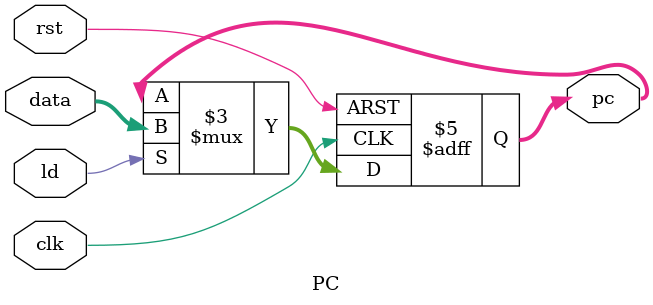
<source format=sv>
module PC(
    input clk,
    input rst,
    input ld,
    input [31:0] data,
    output reg [31:0] pc
);

    always @(posedge clk or posedge rst)
        if (rst)
            pc <= 0;
        else if (ld)
            pc <= data;
        else
            pc <= pc;

endmodule
</source>
